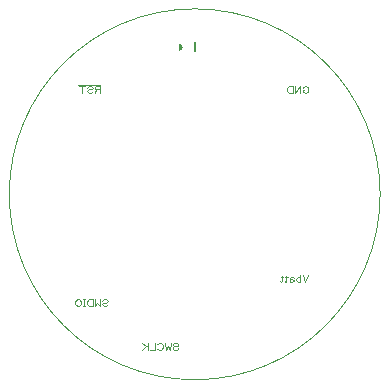
<source format=gbr>
G04 GENERATED BY PULSONIX 8.5 GERBER.DLL 5900*
G04 #@! TF.Part,Single*
%FSLAX35Y35*%
%LPD*%
%MOIN*%
G04 #@! TF.FileFunction,Legend,Bot*
G04 #@! TA.AperFunction,Profile*
%ADD10C,0.00001*%
G04 #@! TA.AperFunction,NonMaterial*
%ADD75C,0.00787*%
%ADD97C,0.00001*%
G04 #@! TD.AperFunction*
%ADD142C,0.00315*%
X0Y0D02*
D02*
D10*
X61811Y123622D02*
G75*
G03Y0J-61811D01*
G01*
G75*
G03Y123622J61811*
G01*
D02*
D75*
Y112598D02*
Y109449D01*
D02*
D97*
X56665Y111937D02*
G36*
G75*
G03Y109575J-1181D01*
G01*
G75*
G03Y111937J1181*
G01*
G37*
D02*
D142*
X30315Y95635D02*
X30315Y97858D01*
X29018*
X28648Y97673*
X28462Y97302*
X28648Y96931*
X29018Y96746*
X30315*
X29018D02*
X28462Y95635D01*
X27764Y96190D02*
X27579Y95820D01*
X27208Y95635*
X26467*
X26096Y95820*
X25911Y96190*
X26096Y96561*
X26467Y96746*
X27208*
X27579Y96931*
X27764Y97302*
X27579Y97673*
X27208Y97858*
X26467*
X26096Y97673*
X25911Y97302*
X24286Y95635D02*
X24286Y97858D01*
X25213D02*
X23360Y97858D01*
X30157Y98228D02*
X22819D01*
X32874Y25127D02*
X32689Y24757D01*
X32318Y24572*
X31577*
X31207Y24757*
X31021Y25127*
X31207Y25498*
X31577Y25683*
X32318*
X32689Y25868*
X32874Y26239*
X32689Y26610*
X32318Y26795*
X31577*
X31207Y26610*
X31021Y26239*
X30323Y26795D02*
X30138Y24572D01*
X29396Y25683*
X28655Y24572*
X28470Y26795*
X27772Y24572D02*
X27772Y26795D01*
X26660*
X26289Y26610*
X26104Y26424*
X25919Y26054*
Y25313*
X26104Y24942*
X26289Y24757*
X26660Y24572*
X27772*
X25220D02*
X24479Y24572D01*
X24850D02*
X24850Y26795D01*
X25220D02*
X24479Y26795D01*
X23866Y25313D02*
X23866Y26054D01*
X23681Y26424*
X23496Y26610*
X23125Y26795*
X22755*
X22384Y26610*
X22199Y26424*
X22013Y26054*
Y25313*
X22199Y24942*
X22384Y24757*
X22755Y24572*
X23125*
X23496Y24757*
X23681Y24942*
X23866Y25313*
X56299Y10560D02*
X56114Y10190D01*
X55743Y10005*
X55002*
X54632Y10190*
X54446Y10560*
X54632Y10931*
X55002Y11116*
X55743*
X56114Y11302*
X56299Y11672*
X56114Y12043*
X55743Y12228*
X55002*
X54632Y12043*
X54446Y11672*
X53748Y12228D02*
X53563Y10005D01*
X52822Y11116*
X52081Y10005*
X51895Y12228*
X49344Y10375D02*
X49529Y10190D01*
X49900Y10005*
X50456*
X50826Y10190*
X51012Y10375*
X51197Y10746*
Y11487*
X51012Y11857*
X50826Y12043*
X50456Y12228*
X49900*
X49529Y12043*
X49344Y11857*
X48646Y12228D02*
X48646Y10005D01*
X46793*
X46094D02*
X46094Y12228D01*
Y11116D02*
X45539Y11116D01*
X44242Y12228*
X45539Y11116D02*
X44242Y10005D01*
X99605Y34866D02*
X98679Y32642D01*
X97752Y34866*
X97054Y33198D02*
X96869Y32828D01*
X96498Y32642*
X96127*
X95757Y32828*
X95572Y33198*
Y33569*
X95757Y33939*
X96127Y34125*
X96498*
X96869Y33939*
X97054Y33569*
Y32642D02*
X97054Y34866D01*
X94912Y33939D02*
X94542Y34125D01*
X93986*
X93615Y33939*
X93430Y33569*
Y33013*
X93615Y32828*
X93986Y32642*
X94356*
X94727Y32828*
X94912Y33013*
Y33198*
X94727Y33384*
X94356Y33569*
X93986*
X93615Y33384*
X93430Y33198*
Y33013D02*
X93430Y32642D01*
X92770Y34125D02*
X92029Y34125D01*
X92400Y34495D02*
X92400Y32828D01*
X92215Y32642*
X92029*
X91844Y32828*
X91196Y34125D02*
X90454Y34125D01*
X90825Y34495D02*
X90825Y32828D01*
X90640Y32642*
X90454*
X90269Y32828*
X98308Y96561D02*
X97752Y96561D01*
Y96376*
X97938Y96005*
X98123Y95820*
X98493Y95635*
X98864*
X99234Y95820*
X99420Y96005*
X99605Y96376*
Y97117*
X99420Y97487*
X99234Y97673*
X98864Y97858*
X98493*
X98123Y97673*
X97938Y97487*
X97752Y97117*
X97054Y95635D02*
X97054Y97858D01*
X95201Y95635*
Y97858*
X94503Y95635D02*
X94503Y97858D01*
X93391*
X93020Y97673*
X92835Y97487*
X92650Y97117*
Y96376*
X92835Y96005*
X93020Y95820*
X93391Y95635*
X94503*
X0Y0D02*
M02*

</source>
